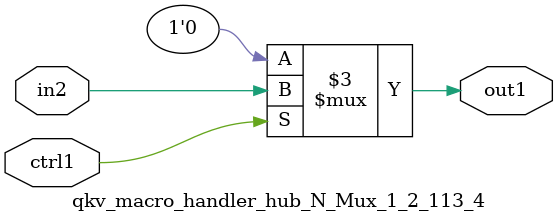
<source format=v>

`timescale 1ps / 1ps


module qkv_macro_handler_hub_N_Mux_1_2_113_4( in2, ctrl1, out1 );

    input in2;
    input ctrl1;
    output out1;
    reg out1;

    
    // rtl_process:qkv_macro_handler_hub_N_Mux_1_2_113_4/qkv_macro_handler_hub_N_Mux_1_2_113_4_thread_1
    always @*
      begin : qkv_macro_handler_hub_N_Mux_1_2_113_4_thread_1
        case (ctrl1) 
          1'b1: 
            begin
              out1 = in2;
            end
          default: 
            begin
              out1 = 1'b0;
            end
        endcase
      end

endmodule



</source>
